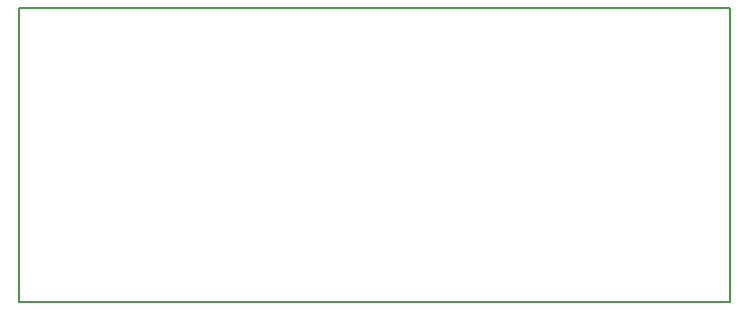
<source format=gbr>
G04 #@! TF.FileFunction,Profile,NP*
%FSLAX46Y46*%
G04 Gerber Fmt 4.6, Leading zero omitted, Abs format (unit mm)*
G04 Created by KiCad (PCBNEW 4.0.2-stable) date 8/15/2016 10:30:07 AM*
%MOMM*%
G01*
G04 APERTURE LIST*
%ADD10C,0.100000*%
%ADD11C,0.150000*%
G04 APERTURE END LIST*
D10*
D11*
X127762000Y-117856000D02*
X127762000Y-92964000D01*
X187960000Y-92964000D02*
X187960000Y-117856000D01*
X127762000Y-117856000D02*
X187960000Y-117856000D01*
X166878000Y-92964000D02*
X187960000Y-92964000D01*
X149098000Y-92964000D02*
X127762000Y-92964000D01*
X149098000Y-92964000D02*
X166878000Y-92964000D01*
M02*

</source>
